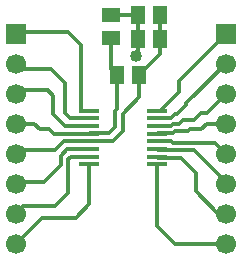
<source format=gtl>
G04 DipTrace 3.1.0.1*
G04 Top.gtl*
%MOIN*%
G04 #@! TF.FileFunction,Copper,L1,Top*
G04 #@! TF.Part,Single*
G04 #@! TA.AperFunction,Conductor*
%ADD14C,0.012992*%
%ADD16R,0.070866X0.015748*%
G04 #@! TA.AperFunction,ComponentPad*
%ADD17R,0.066929X0.066929*%
%ADD18C,0.066929*%
%ADD19R,0.051181X0.059055*%
%ADD20R,0.059055X0.051181*%
G04 #@! TA.AperFunction,ViaPad*
%ADD21C,0.04*%
%FSLAX26Y26*%
G04*
G70*
G90*
G75*
G01*
G04 Top*
%LPD*%
X944000Y1275251D2*
D14*
Y1194000D1*
Y1144196D1*
X875054Y1075249D1*
Y1000713D1*
X818648Y944307D1*
Y888063D1*
X787402Y856816D1*
X709178D1*
X706500Y854138D1*
X622240D1*
X593672Y825570D1*
X475568D1*
X462749Y812751D1*
X869197Y1275251D2*
Y1194000D1*
Y1275251D2*
X781697D1*
X781500Y1275054D1*
X706500Y828547D2*
X634146D1*
X612420Y806822D1*
Y775575D1*
X556176Y719331D1*
X469329D1*
X462749Y712751D1*
X869197Y1194000D2*
Y1144840D1*
X862394Y1138037D1*
X706500Y879728D2*
X589508D1*
X574924Y894312D1*
X543677D1*
X524929Y913060D1*
X463059D1*
X462749Y912751D1*
X781500Y1200251D2*
Y1094000D1*
X800251Y1075249D1*
Y963406D1*
X793651Y956806D1*
Y900562D1*
X774903Y881814D1*
X708585D1*
X706500Y879728D1*
Y956500D2*
X681500D1*
Y1175251D1*
X637751Y1219000D1*
X468999D1*
X462749Y1212751D1*
X706500Y930909D2*
X644589D1*
X625249Y950249D1*
Y1050251D1*
X581500Y1094000D1*
X481500D1*
X462749Y1112751D1*
X706500Y905319D2*
X626432D1*
X587751Y944000D1*
Y1006499D1*
X569000Y1025249D1*
X475248D1*
X462749Y1012751D1*
X706500Y777366D2*
Y643999D1*
X662751Y600249D1*
X550248D1*
X462749Y512751D1*
X706500Y802957D2*
X646707D1*
X637751Y794000D1*
Y681501D1*
X594000Y637751D1*
X487749D1*
X462749Y612751D1*
X934854Y777366D2*
Y571896D1*
X994000Y512751D1*
X1162749D1*
Y612751D2*
X1137751D1*
X1062751Y687751D1*
Y750249D1*
X1012751Y800249D1*
X937554D1*
X934846Y802957D1*
X1162749Y712751D2*
Y719000D1*
X1056500Y825249D1*
X938144D1*
X934846Y828547D1*
X1162749Y812751D2*
X1125251Y850249D1*
X987751D1*
X981500Y856500D1*
X937209D1*
X934846Y854138D1*
X1162749Y912751D2*
X1100251D1*
X1081500Y894000D1*
X1044000D1*
X1037751Y887751D1*
X994001D1*
X987751Y881500D1*
X936618D1*
X934846Y879728D1*
Y905319D2*
X980319D1*
X987751Y912751D1*
X1006501D1*
X1019000Y925249D1*
X1056500D1*
X1081500Y950249D1*
X1100248D1*
X1162749Y1012751D1*
X934846Y930909D2*
X980909D1*
X994000Y944000D1*
X1000249D1*
X1031500Y975251D1*
Y981501D1*
X1162749Y1112751D1*
X934846Y956500D2*
X944000D1*
X1006500Y1019000D1*
Y1056501D1*
X1162749Y1212751D1*
D21*
X862394Y1138037D3*
D16*
X706500Y956500D3*
Y930909D3*
Y905319D3*
Y879728D3*
Y854138D3*
Y828547D3*
Y802957D3*
Y777366D3*
X934854D3*
X934846Y802957D3*
Y828547D3*
Y854138D3*
Y879728D3*
Y905319D3*
Y930909D3*
Y956500D3*
D17*
X462749Y1212751D3*
D18*
Y1112751D3*
Y1012751D3*
Y912751D3*
Y812751D3*
Y712751D3*
Y612751D3*
Y512751D3*
D17*
X1162749Y1212751D3*
D18*
Y1112751D3*
Y1012751D3*
Y912751D3*
Y812751D3*
Y712751D3*
Y612751D3*
Y512751D3*
D19*
X944000Y1275251D3*
X869197D3*
X944000Y1194000D3*
X869197D3*
X800251Y1075249D3*
X875054D3*
D20*
X781500Y1200251D3*
Y1275054D3*
M02*

</source>
